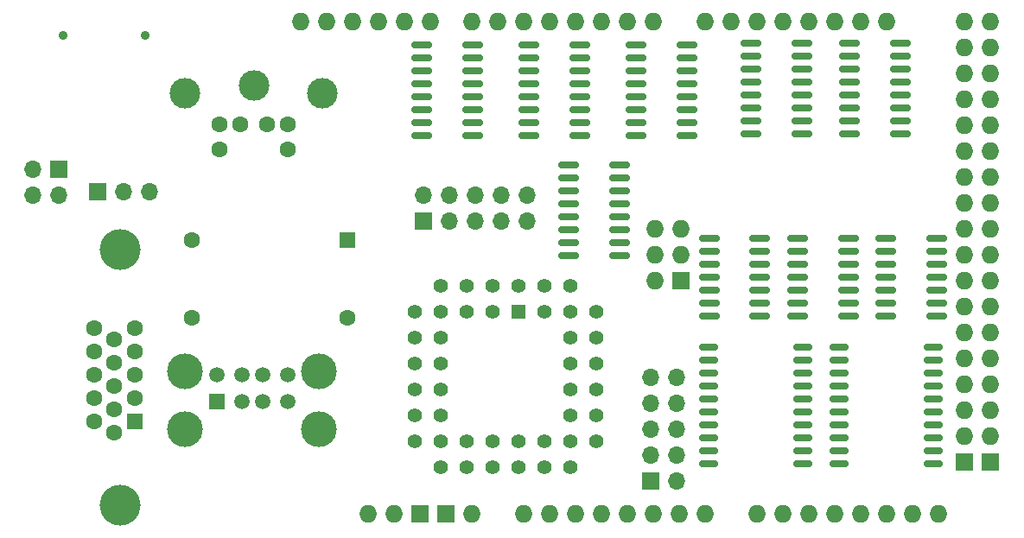
<source format=gbr>
%TF.GenerationSoftware,KiCad,Pcbnew,8.0.8+dfsg-1*%
%TF.CreationDate,2025-07-24T05:24:11-04:00*%
%TF.ProjectId,VGA_SRAM_SHIELD_DB_MULTIPLEX,5647415f-5352-4414-9d5f-534849454c44,rev?*%
%TF.SameCoordinates,Original*%
%TF.FileFunction,Soldermask,Bot*%
%TF.FilePolarity,Negative*%
%FSLAX46Y46*%
G04 Gerber Fmt 4.6, Leading zero omitted, Abs format (unit mm)*
G04 Created by KiCad (PCBNEW 8.0.8+dfsg-1) date 2025-07-24 05:24:11*
%MOMM*%
%LPD*%
G01*
G04 APERTURE LIST*
G04 Aperture macros list*
%AMRoundRect*
0 Rectangle with rounded corners*
0 $1 Rounding radius*
0 $2 $3 $4 $5 $6 $7 $8 $9 X,Y pos of 4 corners*
0 Add a 4 corners polygon primitive as box body*
4,1,4,$2,$3,$4,$5,$6,$7,$8,$9,$2,$3,0*
0 Add four circle primitives for the rounded corners*
1,1,$1+$1,$2,$3*
1,1,$1+$1,$4,$5*
1,1,$1+$1,$6,$7*
1,1,$1+$1,$8,$9*
0 Add four rect primitives between the rounded corners*
20,1,$1+$1,$2,$3,$4,$5,0*
20,1,$1+$1,$4,$5,$6,$7,0*
20,1,$1+$1,$6,$7,$8,$9,0*
20,1,$1+$1,$8,$9,$2,$3,0*%
G04 Aperture macros list end*
%ADD10R,1.700000X1.700000*%
%ADD11O,1.700000X1.700000*%
%ADD12R,1.500000X1.500000*%
%ADD13C,1.500000*%
%ADD14C,3.500000*%
%ADD15C,4.000000*%
%ADD16R,1.600000X1.600000*%
%ADD17C,1.600000*%
%ADD18R,1.422400X1.422400*%
%ADD19C,1.422400*%
%ADD20O,1.727200X1.727200*%
%ADD21R,1.727200X1.727200*%
%ADD22C,2.990000*%
%ADD23C,0.900000*%
%ADD24RoundRect,0.150000X0.825000X0.150000X-0.825000X0.150000X-0.825000X-0.150000X0.825000X-0.150000X0*%
%ADD25RoundRect,0.150000X0.800000X0.150000X-0.800000X0.150000X-0.800000X-0.150000X0.800000X-0.150000X0*%
%ADD26RoundRect,0.150000X0.850000X0.150000X-0.850000X0.150000X-0.850000X-0.150000X0.850000X-0.150000X0*%
G04 APERTURE END LIST*
D10*
%TO.C,J8*%
X40341200Y-42790800D03*
D11*
X42881200Y-42790800D03*
X45421200Y-42790800D03*
%TD*%
D12*
%TO.C,J1*%
X52001200Y-63300800D03*
D13*
X54501200Y-63300800D03*
X56501200Y-63300800D03*
X59001200Y-63300800D03*
X52001200Y-60680800D03*
X54501200Y-60680800D03*
X56501200Y-60680800D03*
X59001200Y-60680800D03*
D14*
X48931200Y-66010800D03*
X62071200Y-66010800D03*
X48931200Y-60330800D03*
X62071200Y-60330800D03*
%TD*%
D15*
%TO.C,J7*%
X42541200Y-48445800D03*
X42541200Y-73445800D03*
D16*
X43961200Y-65260800D03*
D17*
X43961200Y-62970800D03*
X43961200Y-60680800D03*
X43961200Y-58390800D03*
X43961200Y-56100800D03*
X41981200Y-66405800D03*
X41981200Y-64115800D03*
X41981200Y-61825800D03*
X41981200Y-59535800D03*
X41981200Y-57245800D03*
X40001200Y-65260800D03*
X40001200Y-62970800D03*
X40001200Y-60680800D03*
X40001200Y-58390800D03*
X40001200Y-56100800D03*
%TD*%
D18*
%TO.C,U4*%
X81621200Y-54510800D03*
D19*
X79081200Y-51970800D03*
X79081200Y-54510800D03*
X76541200Y-51970800D03*
X76541200Y-54510800D03*
X74001200Y-51970800D03*
X71461200Y-54510800D03*
X74001200Y-54510800D03*
X71461200Y-57050800D03*
X74001200Y-57050800D03*
X71461200Y-59590800D03*
X74001200Y-59590800D03*
X71461200Y-62130800D03*
X74001200Y-62130800D03*
X71461200Y-64670800D03*
X74001200Y-64670800D03*
X71461200Y-67210800D03*
X74001200Y-69750800D03*
X74001200Y-67210800D03*
X76541200Y-69750800D03*
X76541200Y-67210800D03*
X79081200Y-69750800D03*
X79081200Y-67210800D03*
X81621200Y-69750800D03*
X81621200Y-67210800D03*
X84161200Y-69750800D03*
X84161200Y-67210800D03*
X86701200Y-69750800D03*
X89241200Y-67210800D03*
X86701200Y-67210800D03*
X89241200Y-64670800D03*
X86701200Y-64670800D03*
X89241200Y-62130800D03*
X86701200Y-62130800D03*
X89241200Y-59590800D03*
X86701200Y-59590800D03*
X89241200Y-57050800D03*
X86701200Y-57050800D03*
X89241200Y-54510800D03*
X86701200Y-51970800D03*
X86701200Y-54510800D03*
X84161200Y-51970800D03*
X84161200Y-54510800D03*
X81621200Y-51970800D03*
%TD*%
D20*
%TO.C,A1*%
X66896400Y-74291800D03*
X69436400Y-74291800D03*
X97503400Y-46351800D03*
X125316400Y-26031800D03*
X127856400Y-26031800D03*
X82136400Y-74291800D03*
X84676400Y-74291800D03*
X87216400Y-74291800D03*
X89756400Y-74291800D03*
X92296400Y-74291800D03*
X94836400Y-74291800D03*
X97376400Y-74291800D03*
X99916400Y-74291800D03*
X104996400Y-74291800D03*
X107536400Y-74291800D03*
X110076400Y-74291800D03*
X112616400Y-74291800D03*
X120236400Y-74291800D03*
X122776400Y-74291800D03*
X94836400Y-26031800D03*
X92296400Y-26031800D03*
X89756400Y-26031800D03*
X87216400Y-26031800D03*
X84676400Y-26031800D03*
X82136400Y-26031800D03*
X79596400Y-26031800D03*
X77056400Y-26031800D03*
X72992400Y-26031800D03*
X70452400Y-26031800D03*
X67912400Y-26031800D03*
X65372400Y-26031800D03*
X62832400Y-26031800D03*
X60292400Y-26031800D03*
X99916400Y-26031800D03*
X102456400Y-26031800D03*
X104996400Y-26031800D03*
X107536400Y-26031800D03*
X110076400Y-26031800D03*
X112616400Y-26031800D03*
X115156400Y-26031800D03*
X117696400Y-26031800D03*
X125316400Y-28571800D03*
X127856400Y-28571800D03*
X125316400Y-31111800D03*
X127856400Y-31111800D03*
X125316400Y-33651800D03*
X127856400Y-33651800D03*
X125316400Y-36191800D03*
X127856400Y-36191800D03*
X125316400Y-38731800D03*
X127856400Y-38731800D03*
X125316400Y-41271800D03*
X127856400Y-41271800D03*
X125316400Y-43811800D03*
X127856400Y-43811800D03*
X125316400Y-46351800D03*
X127856400Y-46351800D03*
X125316400Y-48891800D03*
X127856400Y-48891800D03*
X125316400Y-51431800D03*
X127856400Y-51431800D03*
X125316400Y-53971800D03*
X127856400Y-53971800D03*
X125316400Y-56511800D03*
X127856400Y-56511800D03*
X125316400Y-59051800D03*
X127856400Y-59051800D03*
X125316400Y-61591800D03*
X127856400Y-61591800D03*
X125316400Y-64131800D03*
X127856400Y-64131800D03*
X125316400Y-66671800D03*
X127856400Y-66671800D03*
X115156400Y-74291800D03*
X117696400Y-74291800D03*
D21*
X71976400Y-74291800D03*
X74516400Y-74291800D03*
X97503400Y-51431800D03*
X125316400Y-69211800D03*
X127856400Y-69211800D03*
D20*
X94963400Y-46351800D03*
X97503400Y-48891800D03*
X94963400Y-51431800D03*
X94963400Y-48891800D03*
X77056400Y-74291800D03*
%TD*%
D17*
%TO.C,J3*%
X56951200Y-36130800D03*
X54351200Y-36130800D03*
X59001200Y-36130800D03*
X52301200Y-36130800D03*
X59001200Y-38620800D03*
X52301200Y-38620800D03*
D22*
X48891200Y-33130800D03*
X55651200Y-32320800D03*
X62411200Y-33130800D03*
%TD*%
D16*
%TO.C,X1*%
X64821200Y-47490800D03*
D17*
X49581200Y-47490800D03*
X49581200Y-55110800D03*
X64821200Y-55110800D03*
%TD*%
D10*
%TO.C,J2*%
X94561200Y-71100800D03*
D11*
X97101200Y-71100800D03*
X94561200Y-68560800D03*
X97101200Y-68560800D03*
X94561200Y-66020800D03*
X97101200Y-66020800D03*
X94561200Y-63480800D03*
X97101200Y-63480800D03*
X94561200Y-60940800D03*
X97101200Y-60940800D03*
%TD*%
D10*
%TO.C,J4*%
X36571200Y-40540800D03*
D11*
X34031200Y-40540800D03*
X36571200Y-43080800D03*
X34031200Y-43080800D03*
%TD*%
D23*
%TO.C,J6*%
X37001968Y-27450855D03*
X45001968Y-27450855D03*
%TD*%
D24*
%TO.C,U13*%
X105241200Y-47310800D03*
X105241200Y-48580800D03*
X105241200Y-49850800D03*
X105241200Y-51120800D03*
X105241200Y-52390800D03*
X105241200Y-53660800D03*
X105241200Y-54930800D03*
X100291200Y-54930800D03*
X100291200Y-53660800D03*
X100291200Y-52390800D03*
X100291200Y-51120800D03*
X100291200Y-49850800D03*
X100291200Y-48580800D03*
X100291200Y-47310800D03*
%TD*%
%TO.C,U12*%
X113911200Y-47310800D03*
X113911200Y-48580800D03*
X113911200Y-49850800D03*
X113911200Y-51120800D03*
X113911200Y-52390800D03*
X113911200Y-53660800D03*
X113911200Y-54930800D03*
X108961200Y-54930800D03*
X108961200Y-53660800D03*
X108961200Y-52390800D03*
X108961200Y-51120800D03*
X108961200Y-49850800D03*
X108961200Y-48580800D03*
X108961200Y-47310800D03*
%TD*%
D25*
%TO.C,U21*%
X122201200Y-58000800D03*
X122201200Y-59270800D03*
X122201200Y-60540800D03*
X122201200Y-61810800D03*
X122201200Y-63080800D03*
X122201200Y-64350800D03*
X122201200Y-65620800D03*
X122201200Y-66890800D03*
X122201200Y-68160800D03*
X122201200Y-69430800D03*
X113001200Y-69430800D03*
X113001200Y-68160800D03*
X113001200Y-66890800D03*
X113001200Y-65620800D03*
X113001200Y-64350800D03*
X113001200Y-63080800D03*
X113001200Y-61810800D03*
X113001200Y-60540800D03*
X113001200Y-59270800D03*
X113001200Y-58000800D03*
%TD*%
D26*
%TO.C,U31*%
X98101200Y-28320800D03*
X98101200Y-29590800D03*
X98101200Y-30860800D03*
X98101200Y-32130800D03*
X98101200Y-33400800D03*
X98101200Y-34670800D03*
X98101200Y-35940800D03*
X98101200Y-37210800D03*
X93101200Y-37210800D03*
X93101200Y-35940800D03*
X93101200Y-34670800D03*
X93101200Y-33400800D03*
X93101200Y-32130800D03*
X93101200Y-30860800D03*
X93101200Y-29590800D03*
X93101200Y-28320800D03*
%TD*%
%TO.C,U30*%
X91501200Y-40150800D03*
X91501200Y-41420800D03*
X91501200Y-42690800D03*
X91501200Y-43960800D03*
X91501200Y-45230800D03*
X91501200Y-46500800D03*
X91501200Y-47770800D03*
X91501200Y-49040800D03*
X86501200Y-49040800D03*
X86501200Y-47770800D03*
X86501200Y-46500800D03*
X86501200Y-45230800D03*
X86501200Y-43960800D03*
X86501200Y-42690800D03*
X86501200Y-41420800D03*
X86501200Y-40150800D03*
%TD*%
%TO.C,U32*%
X109401200Y-28190800D03*
X109401200Y-29460800D03*
X109401200Y-30730800D03*
X109401200Y-32000800D03*
X109401200Y-33270800D03*
X109401200Y-34540800D03*
X109401200Y-35810800D03*
X109401200Y-37080800D03*
X104401200Y-37080800D03*
X104401200Y-35810800D03*
X104401200Y-34540800D03*
X104401200Y-33270800D03*
X104401200Y-32000800D03*
X104401200Y-30730800D03*
X104401200Y-29460800D03*
X104401200Y-28190800D03*
%TD*%
%TO.C,U25*%
X87576200Y-28320800D03*
X87576200Y-29590800D03*
X87576200Y-30860800D03*
X87576200Y-32130800D03*
X87576200Y-33400800D03*
X87576200Y-34670800D03*
X87576200Y-35940800D03*
X87576200Y-37210800D03*
X82576200Y-37210800D03*
X82576200Y-35940800D03*
X82576200Y-34670800D03*
X82576200Y-33400800D03*
X82576200Y-32130800D03*
X82576200Y-30860800D03*
X82576200Y-29590800D03*
X82576200Y-28320800D03*
%TD*%
%TO.C,U26*%
X77101200Y-28320800D03*
X77101200Y-29590800D03*
X77101200Y-30860800D03*
X77101200Y-32130800D03*
X77101200Y-33400800D03*
X77101200Y-34670800D03*
X77101200Y-35940800D03*
X77101200Y-37210800D03*
X72101200Y-37210800D03*
X72101200Y-35940800D03*
X72101200Y-34670800D03*
X72101200Y-33400800D03*
X72101200Y-32130800D03*
X72101200Y-30860800D03*
X72101200Y-29590800D03*
X72101200Y-28320800D03*
%TD*%
D10*
%TO.C,J5*%
X72241200Y-45650800D03*
D11*
X72241200Y-43110800D03*
X74781200Y-45650800D03*
X74781200Y-43110800D03*
X77321200Y-45650800D03*
X77321200Y-43110800D03*
X79861200Y-45650800D03*
X79861200Y-43110800D03*
X82401200Y-45650800D03*
X82401200Y-43110800D03*
%TD*%
D26*
%TO.C,U27*%
X119051200Y-28180800D03*
X119051200Y-29450800D03*
X119051200Y-30720800D03*
X119051200Y-31990800D03*
X119051200Y-33260800D03*
X119051200Y-34530800D03*
X119051200Y-35800800D03*
X119051200Y-37070800D03*
X114051200Y-37070800D03*
X114051200Y-35800800D03*
X114051200Y-34530800D03*
X114051200Y-33260800D03*
X114051200Y-31990800D03*
X114051200Y-30720800D03*
X114051200Y-29450800D03*
X114051200Y-28180800D03*
%TD*%
D24*
%TO.C,U8*%
X122551200Y-47310800D03*
X122551200Y-48580800D03*
X122551200Y-49850800D03*
X122551200Y-51120800D03*
X122551200Y-52390800D03*
X122551200Y-53660800D03*
X122551200Y-54930800D03*
X117601200Y-54930800D03*
X117601200Y-53660800D03*
X117601200Y-52390800D03*
X117601200Y-51120800D03*
X117601200Y-49850800D03*
X117601200Y-48580800D03*
X117601200Y-47310800D03*
%TD*%
D25*
%TO.C,U22*%
X109451200Y-58000800D03*
X109451200Y-59270800D03*
X109451200Y-60540800D03*
X109451200Y-61810800D03*
X109451200Y-63080800D03*
X109451200Y-64350800D03*
X109451200Y-65620800D03*
X109451200Y-66890800D03*
X109451200Y-68160800D03*
X109451200Y-69430800D03*
X100251200Y-69430800D03*
X100251200Y-68160800D03*
X100251200Y-66890800D03*
X100251200Y-65620800D03*
X100251200Y-64350800D03*
X100251200Y-63080800D03*
X100251200Y-61810800D03*
X100251200Y-60540800D03*
X100251200Y-59270800D03*
X100251200Y-58000800D03*
%TD*%
M02*

</source>
